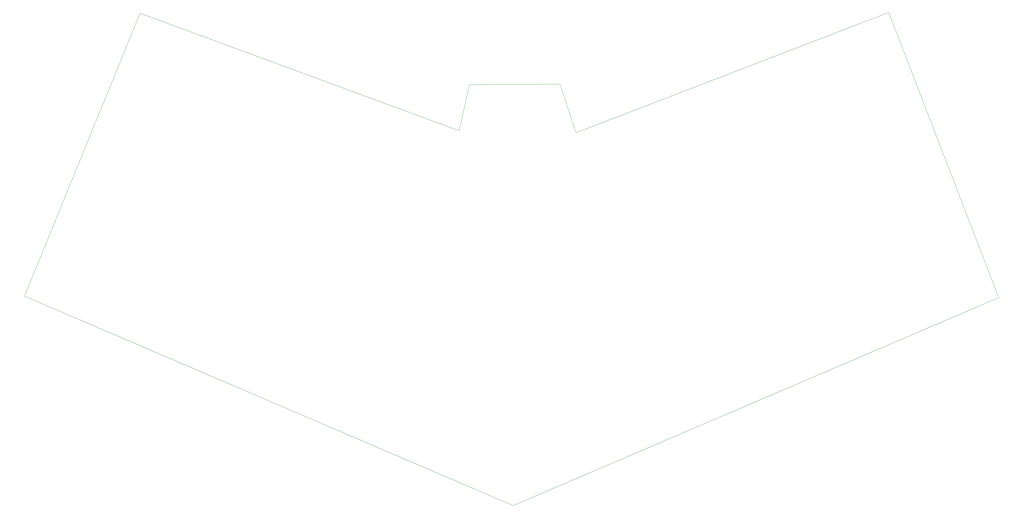
<source format=gm1>
G04 #@! TF.GenerationSoftware,KiCad,Pcbnew,8.0.1*
G04 #@! TF.CreationDate,2024-05-03T20:41:19+02:00*
G04 #@! TF.ProjectId,boomerang,626f6f6d-6572-4616-9e67-2e6b69636164,rev?*
G04 #@! TF.SameCoordinates,Original*
G04 #@! TF.FileFunction,Profile,NP*
%FSLAX46Y46*%
G04 Gerber Fmt 4.6, Leading zero omitted, Abs format (unit mm)*
G04 Created by KiCad (PCBNEW 8.0.1) date 2024-05-03 20:41:19*
%MOMM*%
%LPD*%
G01*
G04 APERTURE LIST*
G04 #@! TA.AperFunction,Profile*
%ADD10C,0.100000*%
G04 #@! TD*
G04 APERTURE END LIST*
D10*
X201200000Y-213600000D02*
X36800000Y-143100000D01*
X36800000Y-143100000D02*
X75600000Y-48000000D01*
X183000000Y-87500000D02*
X186500000Y-72000000D01*
X222300000Y-88200000D02*
X327500000Y-47700000D01*
X75600000Y-48000000D02*
X183000000Y-87500000D01*
X186500000Y-72000000D02*
X216900000Y-71800000D01*
X364500000Y-143600000D02*
X201200000Y-213600000D01*
X327500000Y-47700000D02*
X364500000Y-143600000D01*
X216900000Y-71800000D02*
X222300000Y-88200000D01*
M02*

</source>
